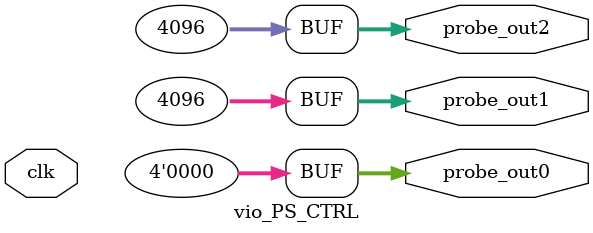
<source format=v>
`timescale 1ns / 1ps
module vio_PS_CTRL (
clk,

probe_out0,
probe_out1,
probe_out2
);

input clk;

output reg [3 : 0] probe_out0 = 'h0 ;
output reg [31 : 0] probe_out1 = 'h00001000 ;
output reg [31 : 0] probe_out2 = 'h00001000 ;


endmodule

</source>
